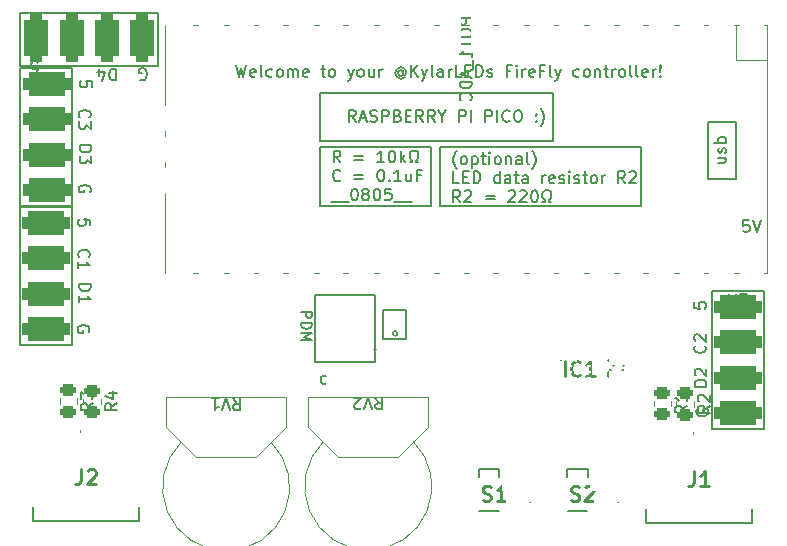
<source format=gto>
%TF.GenerationSoftware,KiCad,Pcbnew,(6.0.6)*%
%TF.CreationDate,2022-06-29T14:14:22-05:00*%
%TF.ProjectId,FireflyV0,46697265-666c-4795-9630-2e6b69636164,rev?*%
%TF.SameCoordinates,Original*%
%TF.FileFunction,Legend,Top*%
%TF.FilePolarity,Positive*%
%FSLAX46Y46*%
G04 Gerber Fmt 4.6, Leading zero omitted, Abs format (unit mm)*
G04 Created by KiCad (PCBNEW (6.0.6)) date 2022-06-29 14:14:22*
%MOMM*%
%LPD*%
G01*
G04 APERTURE LIST*
G04 Aperture macros list*
%AMRoundRect*
0 Rectangle with rounded corners*
0 $1 Rounding radius*
0 $2 $3 $4 $5 $6 $7 $8 $9 X,Y pos of 4 corners*
0 Add a 4 corners polygon primitive as box body*
4,1,4,$2,$3,$4,$5,$6,$7,$8,$9,$2,$3,0*
0 Add four circle primitives for the rounded corners*
1,1,$1+$1,$2,$3*
1,1,$1+$1,$4,$5*
1,1,$1+$1,$6,$7*
1,1,$1+$1,$8,$9*
0 Add four rect primitives between the rounded corners*
20,1,$1+$1,$2,$3,$4,$5,0*
20,1,$1+$1,$4,$5,$6,$7,0*
20,1,$1+$1,$6,$7,$8,$9,0*
20,1,$1+$1,$8,$9,$2,$3,0*%
%AMHorizOval*
0 Thick line with rounded ends*
0 $1 width*
0 $2 $3 position (X,Y) of the first rounded end (center of the circle)*
0 $4 $5 position (X,Y) of the second rounded end (center of the circle)*
0 Add line between two ends*
20,1,$1,$2,$3,$4,$5,0*
0 Add two circle primitives to create the rounded ends*
1,1,$1,$2,$3*
1,1,$1,$4,$5*%
G04 Aperture macros list end*
%ADD10C,0.150000*%
%ADD11C,0.254000*%
%ADD12C,0.120000*%
%ADD13C,0.200000*%
%ADD14C,0.100000*%
%ADD15O,1.700000X1.700000*%
%ADD16R,1.700000X3.500000*%
%ADD17R,3.500000X1.700000*%
%ADD18R,1.200000X1.400000*%
%ADD19R,1.840000X1.200000*%
%ADD20RoundRect,0.250000X-0.450000X0.262500X-0.450000X-0.262500X0.450000X-0.262500X0.450000X0.262500X0*%
%ADD21R,0.410000X0.280000*%
%ADD22R,0.280000X0.410000*%
%ADD23R,1.470000X1.020000*%
%ADD24RoundRect,0.500000X-1.500000X-0.500000X1.500000X-0.500000X1.500000X0.500000X-1.500000X0.500000X0*%
%ADD25R,0.700000X1.200000*%
%ADD26R,0.760000X1.200000*%
%ADD27R,0.800000X1.200000*%
%ADD28C,2.010000*%
%ADD29C,1.524000*%
%ADD30C,0.910000*%
%ADD31HorizOval,0.910000X-0.070711X0.070711X0.070711X-0.070711X0*%
%ADD32R,1.020000X1.470000*%
%ADD33RoundRect,0.500000X0.500000X-1.500000X0.500000X1.500000X-0.500000X1.500000X-0.500000X-1.500000X0*%
G04 APERTURE END LIST*
D10*
X25720000Y-17915000D02*
X14030000Y-17915000D01*
X14030000Y-17915000D02*
X14030000Y-13485000D01*
X14030000Y-13485000D02*
X25720000Y-13485000D01*
X25720000Y-13485000D02*
X25720000Y-17915000D01*
X14025000Y-29750000D02*
X18455000Y-29750000D01*
X18455000Y-29750000D02*
X18455000Y-18060000D01*
X18455000Y-18060000D02*
X14025000Y-18060000D01*
X14025000Y-18060000D02*
X14025000Y-29750000D01*
X14005000Y-41540000D02*
X18435000Y-41540000D01*
X18435000Y-41540000D02*
X18435000Y-29850000D01*
X18435000Y-29850000D02*
X14005000Y-29850000D01*
X14005000Y-29850000D02*
X14005000Y-41540000D01*
X72600000Y-48660000D02*
X77030000Y-48660000D01*
X77030000Y-48660000D02*
X77030000Y-36970000D01*
X77030000Y-36970000D02*
X72600000Y-36970000D01*
X72600000Y-36970000D02*
X72600000Y-48660000D01*
X49600000Y-24800000D02*
X66600000Y-24800000D01*
X66600000Y-24800000D02*
X66600000Y-29800000D01*
X66600000Y-29800000D02*
X49600000Y-29800000D01*
X49600000Y-29800000D02*
X49600000Y-24800000D01*
X46000000Y-40570000D02*
G75*
G03*
X46000000Y-40570000I-200000J0D01*
G01*
X72300000Y-22650000D02*
X74650000Y-22650000D01*
X74650000Y-22650000D02*
X74650000Y-27525000D01*
X74650000Y-27525000D02*
X72300000Y-27525000D01*
X72300000Y-27525000D02*
X72300000Y-22650000D01*
X39450000Y-20200000D02*
X59196164Y-20200000D01*
X59196164Y-20200000D02*
X59196164Y-24275000D01*
X59196164Y-24275000D02*
X39450000Y-24275000D01*
X39450000Y-24275000D02*
X39450000Y-20200000D01*
X44760000Y-38580000D02*
X46760000Y-38580000D01*
X46760000Y-38580000D02*
X46760000Y-41080000D01*
X46760000Y-41080000D02*
X44760000Y-41080000D01*
X44760000Y-41080000D02*
X44760000Y-38580000D01*
X44090000Y-42980000D02*
X39050000Y-42980000D01*
X39050000Y-42980000D02*
X39050000Y-37360000D01*
X39050000Y-37360000D02*
X44090000Y-37360000D01*
X44090000Y-37360000D02*
X44090000Y-42980000D01*
X39450000Y-24800000D02*
X48800000Y-24800000D01*
X48800000Y-24800000D02*
X48800000Y-29825000D01*
X48800000Y-29825000D02*
X39450000Y-29825000D01*
X39450000Y-29825000D02*
X39450000Y-24800000D01*
X37832857Y-38750000D02*
X38732857Y-38750000D01*
X38732857Y-39092857D01*
X38690000Y-39178571D01*
X38647142Y-39221428D01*
X38561428Y-39264285D01*
X38432857Y-39264285D01*
X38347142Y-39221428D01*
X38304285Y-39178571D01*
X38261428Y-39092857D01*
X38261428Y-38750000D01*
X37832857Y-39650000D02*
X38732857Y-39650000D01*
X38732857Y-39864285D01*
X38690000Y-39992857D01*
X38604285Y-40078571D01*
X38518571Y-40121428D01*
X38347142Y-40164285D01*
X38218571Y-40164285D01*
X38047142Y-40121428D01*
X37961428Y-40078571D01*
X37875714Y-39992857D01*
X37832857Y-39864285D01*
X37832857Y-39650000D01*
X37832857Y-40550000D02*
X38732857Y-40550000D01*
X38090000Y-40850000D01*
X38732857Y-41150000D01*
X37832857Y-41150000D01*
X19967619Y-31418095D02*
X19967619Y-30941904D01*
X19491428Y-30894285D01*
X19539047Y-30941904D01*
X19586666Y-31037142D01*
X19586666Y-31275238D01*
X19539047Y-31370476D01*
X19491428Y-31418095D01*
X19396190Y-31465714D01*
X19158095Y-31465714D01*
X19062857Y-31418095D01*
X19015238Y-31370476D01*
X18967619Y-31275238D01*
X18967619Y-31037142D01*
X19015238Y-30941904D01*
X19062857Y-30894285D01*
X22168095Y-18147619D02*
X22168095Y-19147619D01*
X21930000Y-19147619D01*
X21787142Y-19100000D01*
X21691904Y-19004761D01*
X21644285Y-18909523D01*
X21596666Y-18719047D01*
X21596666Y-18576190D01*
X21644285Y-18385714D01*
X21691904Y-18290476D01*
X21787142Y-18195238D01*
X21930000Y-18147619D01*
X22168095Y-18147619D01*
X20739523Y-18814285D02*
X20739523Y-18147619D01*
X20977619Y-19195238D02*
X21215714Y-18480952D01*
X20596666Y-18480952D01*
X42447023Y-22652380D02*
X42113690Y-22176190D01*
X41875595Y-22652380D02*
X41875595Y-21652380D01*
X42256547Y-21652380D01*
X42351785Y-21700000D01*
X42399404Y-21747619D01*
X42447023Y-21842857D01*
X42447023Y-21985714D01*
X42399404Y-22080952D01*
X42351785Y-22128571D01*
X42256547Y-22176190D01*
X41875595Y-22176190D01*
X42827976Y-22366666D02*
X43304166Y-22366666D01*
X42732738Y-22652380D02*
X43066071Y-21652380D01*
X43399404Y-22652380D01*
X43685119Y-22604761D02*
X43827976Y-22652380D01*
X44066071Y-22652380D01*
X44161309Y-22604761D01*
X44208928Y-22557142D01*
X44256547Y-22461904D01*
X44256547Y-22366666D01*
X44208928Y-22271428D01*
X44161309Y-22223809D01*
X44066071Y-22176190D01*
X43875595Y-22128571D01*
X43780357Y-22080952D01*
X43732738Y-22033333D01*
X43685119Y-21938095D01*
X43685119Y-21842857D01*
X43732738Y-21747619D01*
X43780357Y-21700000D01*
X43875595Y-21652380D01*
X44113690Y-21652380D01*
X44256547Y-21700000D01*
X44685119Y-22652380D02*
X44685119Y-21652380D01*
X45066071Y-21652380D01*
X45161309Y-21700000D01*
X45208928Y-21747619D01*
X45256547Y-21842857D01*
X45256547Y-21985714D01*
X45208928Y-22080952D01*
X45161309Y-22128571D01*
X45066071Y-22176190D01*
X44685119Y-22176190D01*
X46018452Y-22128571D02*
X46161309Y-22176190D01*
X46208928Y-22223809D01*
X46256547Y-22319047D01*
X46256547Y-22461904D01*
X46208928Y-22557142D01*
X46161309Y-22604761D01*
X46066071Y-22652380D01*
X45685119Y-22652380D01*
X45685119Y-21652380D01*
X46018452Y-21652380D01*
X46113690Y-21700000D01*
X46161309Y-21747619D01*
X46208928Y-21842857D01*
X46208928Y-21938095D01*
X46161309Y-22033333D01*
X46113690Y-22080952D01*
X46018452Y-22128571D01*
X45685119Y-22128571D01*
X46685119Y-22128571D02*
X47018452Y-22128571D01*
X47161309Y-22652380D02*
X46685119Y-22652380D01*
X46685119Y-21652380D01*
X47161309Y-21652380D01*
X48161309Y-22652380D02*
X47827976Y-22176190D01*
X47589880Y-22652380D02*
X47589880Y-21652380D01*
X47970833Y-21652380D01*
X48066071Y-21700000D01*
X48113690Y-21747619D01*
X48161309Y-21842857D01*
X48161309Y-21985714D01*
X48113690Y-22080952D01*
X48066071Y-22128571D01*
X47970833Y-22176190D01*
X47589880Y-22176190D01*
X49161309Y-22652380D02*
X48827976Y-22176190D01*
X48589880Y-22652380D02*
X48589880Y-21652380D01*
X48970833Y-21652380D01*
X49066071Y-21700000D01*
X49113690Y-21747619D01*
X49161309Y-21842857D01*
X49161309Y-21985714D01*
X49113690Y-22080952D01*
X49066071Y-22128571D01*
X48970833Y-22176190D01*
X48589880Y-22176190D01*
X49780357Y-22176190D02*
X49780357Y-22652380D01*
X49447023Y-21652380D02*
X49780357Y-22176190D01*
X50113690Y-21652380D01*
X51208928Y-22652380D02*
X51208928Y-21652380D01*
X51589880Y-21652380D01*
X51685119Y-21700000D01*
X51732738Y-21747619D01*
X51780357Y-21842857D01*
X51780357Y-21985714D01*
X51732738Y-22080952D01*
X51685119Y-22128571D01*
X51589880Y-22176190D01*
X51208928Y-22176190D01*
X52208928Y-22652380D02*
X52208928Y-21652380D01*
X53447023Y-22652380D02*
X53447023Y-21652380D01*
X53827976Y-21652380D01*
X53923214Y-21700000D01*
X53970833Y-21747619D01*
X54018452Y-21842857D01*
X54018452Y-21985714D01*
X53970833Y-22080952D01*
X53923214Y-22128571D01*
X53827976Y-22176190D01*
X53447023Y-22176190D01*
X54447023Y-22652380D02*
X54447023Y-21652380D01*
X55494642Y-22557142D02*
X55447023Y-22604761D01*
X55304166Y-22652380D01*
X55208928Y-22652380D01*
X55066071Y-22604761D01*
X54970833Y-22509523D01*
X54923214Y-22414285D01*
X54875595Y-22223809D01*
X54875595Y-22080952D01*
X54923214Y-21890476D01*
X54970833Y-21795238D01*
X55066071Y-21700000D01*
X55208928Y-21652380D01*
X55304166Y-21652380D01*
X55447023Y-21700000D01*
X55494642Y-21747619D01*
X56113690Y-21652380D02*
X56304166Y-21652380D01*
X56399404Y-21700000D01*
X56494642Y-21795238D01*
X56542261Y-21985714D01*
X56542261Y-22319047D01*
X56494642Y-22509523D01*
X56399404Y-22604761D01*
X56304166Y-22652380D01*
X56113690Y-22652380D01*
X56018452Y-22604761D01*
X55923214Y-22509523D01*
X55875595Y-22319047D01*
X55875595Y-21985714D01*
X55923214Y-21795238D01*
X56018452Y-21700000D01*
X56113690Y-21652380D01*
X57732738Y-22557142D02*
X57780357Y-22604761D01*
X57732738Y-22652380D01*
X57685119Y-22604761D01*
X57732738Y-22557142D01*
X57732738Y-22652380D01*
X57732738Y-22033333D02*
X57780357Y-22080952D01*
X57732738Y-22128571D01*
X57685119Y-22080952D01*
X57732738Y-22033333D01*
X57732738Y-22128571D01*
X58113690Y-23033333D02*
X58161309Y-22985714D01*
X58256547Y-22842857D01*
X58304166Y-22747619D01*
X58351785Y-22604761D01*
X58399404Y-22366666D01*
X58399404Y-22176190D01*
X58351785Y-21938095D01*
X58304166Y-21795238D01*
X58256547Y-21700000D01*
X58161309Y-21557142D01*
X58113690Y-21509523D01*
X39958095Y-44774761D02*
X39862857Y-44822380D01*
X39672380Y-44822380D01*
X39577142Y-44774761D01*
X39529523Y-44727142D01*
X39481904Y-44631904D01*
X39481904Y-44346190D01*
X39529523Y-44250952D01*
X39577142Y-44203333D01*
X39672380Y-44155714D01*
X39862857Y-44155714D01*
X39958095Y-44203333D01*
X19870000Y-40451904D02*
X19917619Y-40356666D01*
X19917619Y-40213809D01*
X19870000Y-40070952D01*
X19774761Y-39975714D01*
X19679523Y-39928095D01*
X19489047Y-39880476D01*
X19346190Y-39880476D01*
X19155714Y-39928095D01*
X19060476Y-39975714D01*
X18965238Y-40070952D01*
X18917619Y-40213809D01*
X18917619Y-40309047D01*
X18965238Y-40451904D01*
X19012857Y-40499523D01*
X19346190Y-40499523D01*
X19346190Y-40309047D01*
X72152380Y-45068095D02*
X71152380Y-45068095D01*
X71152380Y-44830000D01*
X71200000Y-44687142D01*
X71295238Y-44591904D01*
X71390476Y-44544285D01*
X71580952Y-44496666D01*
X71723809Y-44496666D01*
X71914285Y-44544285D01*
X72009523Y-44591904D01*
X72104761Y-44687142D01*
X72152380Y-44830000D01*
X72152380Y-45068095D01*
X71247619Y-44115714D02*
X71200000Y-44068095D01*
X71152380Y-43972857D01*
X71152380Y-43734761D01*
X71200000Y-43639523D01*
X71247619Y-43591904D01*
X71342857Y-43544285D01*
X71438095Y-43544285D01*
X71580952Y-43591904D01*
X72152380Y-44163333D01*
X72152380Y-43544285D01*
X72017142Y-41596666D02*
X72064761Y-41644285D01*
X72112380Y-41787142D01*
X72112380Y-41882380D01*
X72064761Y-42025238D01*
X71969523Y-42120476D01*
X71874285Y-42168095D01*
X71683809Y-42215714D01*
X71540952Y-42215714D01*
X71350476Y-42168095D01*
X71255238Y-42120476D01*
X71160000Y-42025238D01*
X71112380Y-41882380D01*
X71112380Y-41787142D01*
X71160000Y-41644285D01*
X71207619Y-41596666D01*
X71207619Y-41215714D02*
X71160000Y-41168095D01*
X71112380Y-41072857D01*
X71112380Y-40834761D01*
X71160000Y-40739523D01*
X71207619Y-40691904D01*
X71302857Y-40644285D01*
X71398095Y-40644285D01*
X71540952Y-40691904D01*
X72112380Y-41263333D01*
X72112380Y-40644285D01*
X19062857Y-34113333D02*
X19015238Y-34065714D01*
X18967619Y-33922857D01*
X18967619Y-33827619D01*
X19015238Y-33684761D01*
X19110476Y-33589523D01*
X19205714Y-33541904D01*
X19396190Y-33494285D01*
X19539047Y-33494285D01*
X19729523Y-33541904D01*
X19824761Y-33589523D01*
X19920000Y-33684761D01*
X19967619Y-33827619D01*
X19967619Y-33922857D01*
X19920000Y-34065714D01*
X19872380Y-34113333D01*
X18967619Y-35065714D02*
X18967619Y-34494285D01*
X18967619Y-34780000D02*
X19967619Y-34780000D01*
X19824761Y-34684761D01*
X19729523Y-34589523D01*
X19681904Y-34494285D01*
X71112380Y-37941904D02*
X71112380Y-38418095D01*
X71588571Y-38465714D01*
X71540952Y-38418095D01*
X71493333Y-38322857D01*
X71493333Y-38084761D01*
X71540952Y-37989523D01*
X71588571Y-37941904D01*
X71683809Y-37894285D01*
X71921904Y-37894285D01*
X72017142Y-37941904D01*
X72064761Y-37989523D01*
X72112380Y-38084761D01*
X72112380Y-38322857D01*
X72064761Y-38418095D01*
X72017142Y-38465714D01*
X75759523Y-30972380D02*
X75283333Y-30972380D01*
X75235714Y-31448571D01*
X75283333Y-31400952D01*
X75378571Y-31353333D01*
X75616666Y-31353333D01*
X75711904Y-31400952D01*
X75759523Y-31448571D01*
X75807142Y-31543809D01*
X75807142Y-31781904D01*
X75759523Y-31877142D01*
X75711904Y-31924761D01*
X75616666Y-31972380D01*
X75378571Y-31972380D01*
X75283333Y-31924761D01*
X75235714Y-31877142D01*
X76092857Y-30972380D02*
X76426190Y-31972380D01*
X76759523Y-30972380D01*
X15011904Y-18547619D02*
X15488095Y-18547619D01*
X15535714Y-18071428D01*
X15488095Y-18119047D01*
X15392857Y-18166666D01*
X15154761Y-18166666D01*
X15059523Y-18119047D01*
X15011904Y-18071428D01*
X14964285Y-17976190D01*
X14964285Y-17738095D01*
X15011904Y-17642857D01*
X15059523Y-17595238D01*
X15154761Y-17547619D01*
X15392857Y-17547619D01*
X15488095Y-17595238D01*
X15535714Y-17642857D01*
X19102857Y-22273333D02*
X19055238Y-22225714D01*
X19007619Y-22082857D01*
X19007619Y-21987619D01*
X19055238Y-21844761D01*
X19150476Y-21749523D01*
X19245714Y-21701904D01*
X19436190Y-21654285D01*
X19579047Y-21654285D01*
X19769523Y-21701904D01*
X19864761Y-21749523D01*
X19960000Y-21844761D01*
X20007619Y-21987619D01*
X20007619Y-22082857D01*
X19960000Y-22225714D01*
X19912380Y-22273333D01*
X20007619Y-22606666D02*
X20007619Y-23225714D01*
X19626666Y-22892380D01*
X19626666Y-23035238D01*
X19579047Y-23130476D01*
X19531428Y-23178095D01*
X19436190Y-23225714D01*
X19198095Y-23225714D01*
X19102857Y-23178095D01*
X19055238Y-23130476D01*
X19007619Y-23035238D01*
X19007619Y-22749523D01*
X19055238Y-22654285D01*
X19102857Y-22606666D01*
X41157023Y-26092380D02*
X40823690Y-25616190D01*
X40585595Y-26092380D02*
X40585595Y-25092380D01*
X40966547Y-25092380D01*
X41061785Y-25140000D01*
X41109404Y-25187619D01*
X41157023Y-25282857D01*
X41157023Y-25425714D01*
X41109404Y-25520952D01*
X41061785Y-25568571D01*
X40966547Y-25616190D01*
X40585595Y-25616190D01*
X42347500Y-25568571D02*
X43109404Y-25568571D01*
X43109404Y-25854285D02*
X42347500Y-25854285D01*
X44871309Y-26092380D02*
X44299880Y-26092380D01*
X44585595Y-26092380D02*
X44585595Y-25092380D01*
X44490357Y-25235238D01*
X44395119Y-25330476D01*
X44299880Y-25378095D01*
X45490357Y-25092380D02*
X45585595Y-25092380D01*
X45680833Y-25140000D01*
X45728452Y-25187619D01*
X45776071Y-25282857D01*
X45823690Y-25473333D01*
X45823690Y-25711428D01*
X45776071Y-25901904D01*
X45728452Y-25997142D01*
X45680833Y-26044761D01*
X45585595Y-26092380D01*
X45490357Y-26092380D01*
X45395119Y-26044761D01*
X45347500Y-25997142D01*
X45299880Y-25901904D01*
X45252261Y-25711428D01*
X45252261Y-25473333D01*
X45299880Y-25282857D01*
X45347500Y-25187619D01*
X45395119Y-25140000D01*
X45490357Y-25092380D01*
X46252261Y-26092380D02*
X46252261Y-25092380D01*
X46347500Y-25711428D02*
X46633214Y-26092380D01*
X46633214Y-25425714D02*
X46252261Y-25806666D01*
X47014166Y-26092380D02*
X47252261Y-26092380D01*
X47252261Y-25901904D01*
X47157023Y-25854285D01*
X47061785Y-25759047D01*
X47014166Y-25616190D01*
X47014166Y-25378095D01*
X47061785Y-25235238D01*
X47157023Y-25140000D01*
X47299880Y-25092380D01*
X47490357Y-25092380D01*
X47633214Y-25140000D01*
X47728452Y-25235238D01*
X47776071Y-25378095D01*
X47776071Y-25616190D01*
X47728452Y-25759047D01*
X47633214Y-25854285D01*
X47537976Y-25901904D01*
X47537976Y-26092380D01*
X47776071Y-26092380D01*
X41157023Y-27607142D02*
X41109404Y-27654761D01*
X40966547Y-27702380D01*
X40871309Y-27702380D01*
X40728452Y-27654761D01*
X40633214Y-27559523D01*
X40585595Y-27464285D01*
X40537976Y-27273809D01*
X40537976Y-27130952D01*
X40585595Y-26940476D01*
X40633214Y-26845238D01*
X40728452Y-26750000D01*
X40871309Y-26702380D01*
X40966547Y-26702380D01*
X41109404Y-26750000D01*
X41157023Y-26797619D01*
X42347500Y-27178571D02*
X43109404Y-27178571D01*
X43109404Y-27464285D02*
X42347500Y-27464285D01*
X44537976Y-26702380D02*
X44633214Y-26702380D01*
X44728452Y-26750000D01*
X44776071Y-26797619D01*
X44823690Y-26892857D01*
X44871309Y-27083333D01*
X44871309Y-27321428D01*
X44823690Y-27511904D01*
X44776071Y-27607142D01*
X44728452Y-27654761D01*
X44633214Y-27702380D01*
X44537976Y-27702380D01*
X44442738Y-27654761D01*
X44395119Y-27607142D01*
X44347500Y-27511904D01*
X44299880Y-27321428D01*
X44299880Y-27083333D01*
X44347500Y-26892857D01*
X44395119Y-26797619D01*
X44442738Y-26750000D01*
X44537976Y-26702380D01*
X45299880Y-27607142D02*
X45347500Y-27654761D01*
X45299880Y-27702380D01*
X45252261Y-27654761D01*
X45299880Y-27607142D01*
X45299880Y-27702380D01*
X46299880Y-27702380D02*
X45728452Y-27702380D01*
X46014166Y-27702380D02*
X46014166Y-26702380D01*
X45918928Y-26845238D01*
X45823690Y-26940476D01*
X45728452Y-26988095D01*
X47157023Y-27035714D02*
X47157023Y-27702380D01*
X46728452Y-27035714D02*
X46728452Y-27559523D01*
X46776071Y-27654761D01*
X46871309Y-27702380D01*
X47014166Y-27702380D01*
X47109404Y-27654761D01*
X47157023Y-27607142D01*
X47966547Y-27178571D02*
X47633214Y-27178571D01*
X47633214Y-27702380D02*
X47633214Y-26702380D01*
X48109404Y-26702380D01*
X40347500Y-29407619D02*
X41109404Y-29407619D01*
X41109404Y-29407619D02*
X41871309Y-29407619D01*
X42299880Y-28312380D02*
X42395119Y-28312380D01*
X42490357Y-28360000D01*
X42537976Y-28407619D01*
X42585595Y-28502857D01*
X42633214Y-28693333D01*
X42633214Y-28931428D01*
X42585595Y-29121904D01*
X42537976Y-29217142D01*
X42490357Y-29264761D01*
X42395119Y-29312380D01*
X42299880Y-29312380D01*
X42204642Y-29264761D01*
X42157023Y-29217142D01*
X42109404Y-29121904D01*
X42061785Y-28931428D01*
X42061785Y-28693333D01*
X42109404Y-28502857D01*
X42157023Y-28407619D01*
X42204642Y-28360000D01*
X42299880Y-28312380D01*
X43204642Y-28740952D02*
X43109404Y-28693333D01*
X43061785Y-28645714D01*
X43014166Y-28550476D01*
X43014166Y-28502857D01*
X43061785Y-28407619D01*
X43109404Y-28360000D01*
X43204642Y-28312380D01*
X43395119Y-28312380D01*
X43490357Y-28360000D01*
X43537976Y-28407619D01*
X43585595Y-28502857D01*
X43585595Y-28550476D01*
X43537976Y-28645714D01*
X43490357Y-28693333D01*
X43395119Y-28740952D01*
X43204642Y-28740952D01*
X43109404Y-28788571D01*
X43061785Y-28836190D01*
X43014166Y-28931428D01*
X43014166Y-29121904D01*
X43061785Y-29217142D01*
X43109404Y-29264761D01*
X43204642Y-29312380D01*
X43395119Y-29312380D01*
X43490357Y-29264761D01*
X43537976Y-29217142D01*
X43585595Y-29121904D01*
X43585595Y-28931428D01*
X43537976Y-28836190D01*
X43490357Y-28788571D01*
X43395119Y-28740952D01*
X44204642Y-28312380D02*
X44299880Y-28312380D01*
X44395119Y-28360000D01*
X44442738Y-28407619D01*
X44490357Y-28502857D01*
X44537976Y-28693333D01*
X44537976Y-28931428D01*
X44490357Y-29121904D01*
X44442738Y-29217142D01*
X44395119Y-29264761D01*
X44299880Y-29312380D01*
X44204642Y-29312380D01*
X44109404Y-29264761D01*
X44061785Y-29217142D01*
X44014166Y-29121904D01*
X43966547Y-28931428D01*
X43966547Y-28693333D01*
X44014166Y-28502857D01*
X44061785Y-28407619D01*
X44109404Y-28360000D01*
X44204642Y-28312380D01*
X45442738Y-28312380D02*
X44966547Y-28312380D01*
X44918928Y-28788571D01*
X44966547Y-28740952D01*
X45061785Y-28693333D01*
X45299880Y-28693333D01*
X45395119Y-28740952D01*
X45442738Y-28788571D01*
X45490357Y-28883809D01*
X45490357Y-29121904D01*
X45442738Y-29217142D01*
X45395119Y-29264761D01*
X45299880Y-29312380D01*
X45061785Y-29312380D01*
X44966547Y-29264761D01*
X44918928Y-29217142D01*
X45680833Y-29407619D02*
X46442738Y-29407619D01*
X46442738Y-29407619D02*
X47204642Y-29407619D01*
X20097619Y-19688095D02*
X20097619Y-19211904D01*
X19621428Y-19164285D01*
X19669047Y-19211904D01*
X19716666Y-19307142D01*
X19716666Y-19545238D01*
X19669047Y-19640476D01*
X19621428Y-19688095D01*
X19526190Y-19735714D01*
X19288095Y-19735714D01*
X19192857Y-19688095D01*
X19145238Y-19640476D01*
X19097619Y-19545238D01*
X19097619Y-19307142D01*
X19145238Y-19211904D01*
X19192857Y-19164285D01*
X19960000Y-28591904D02*
X20007619Y-28496666D01*
X20007619Y-28353809D01*
X19960000Y-28210952D01*
X19864761Y-28115714D01*
X19769523Y-28068095D01*
X19579047Y-28020476D01*
X19436190Y-28020476D01*
X19245714Y-28068095D01*
X19150476Y-28115714D01*
X19055238Y-28210952D01*
X19007619Y-28353809D01*
X19007619Y-28449047D01*
X19055238Y-28591904D01*
X19102857Y-28639523D01*
X19436190Y-28639523D01*
X19436190Y-28449047D01*
X19037619Y-36421904D02*
X20037619Y-36421904D01*
X20037619Y-36660000D01*
X19990000Y-36802857D01*
X19894761Y-36898095D01*
X19799523Y-36945714D01*
X19609047Y-36993333D01*
X19466190Y-36993333D01*
X19275714Y-36945714D01*
X19180476Y-36898095D01*
X19085238Y-36802857D01*
X19037619Y-36660000D01*
X19037619Y-36421904D01*
X19037619Y-37945714D02*
X19037619Y-37374285D01*
X19037619Y-37660000D02*
X20037619Y-37660000D01*
X19894761Y-37564761D01*
X19799523Y-37469523D01*
X19751904Y-37374285D01*
X32324999Y-17852380D02*
X32563095Y-18852380D01*
X32753571Y-18138095D01*
X32944047Y-18852380D01*
X33182142Y-17852380D01*
X33944047Y-18804761D02*
X33848809Y-18852380D01*
X33658333Y-18852380D01*
X33563095Y-18804761D01*
X33515476Y-18709523D01*
X33515476Y-18328571D01*
X33563095Y-18233333D01*
X33658333Y-18185714D01*
X33848809Y-18185714D01*
X33944047Y-18233333D01*
X33991666Y-18328571D01*
X33991666Y-18423809D01*
X33515476Y-18519047D01*
X34563095Y-18852380D02*
X34467857Y-18804761D01*
X34420238Y-18709523D01*
X34420238Y-17852380D01*
X35372619Y-18804761D02*
X35277380Y-18852380D01*
X35086904Y-18852380D01*
X34991666Y-18804761D01*
X34944047Y-18757142D01*
X34896428Y-18661904D01*
X34896428Y-18376190D01*
X34944047Y-18280952D01*
X34991666Y-18233333D01*
X35086904Y-18185714D01*
X35277380Y-18185714D01*
X35372619Y-18233333D01*
X35944047Y-18852380D02*
X35848809Y-18804761D01*
X35801190Y-18757142D01*
X35753571Y-18661904D01*
X35753571Y-18376190D01*
X35801190Y-18280952D01*
X35848809Y-18233333D01*
X35944047Y-18185714D01*
X36086904Y-18185714D01*
X36182142Y-18233333D01*
X36229761Y-18280952D01*
X36277380Y-18376190D01*
X36277380Y-18661904D01*
X36229761Y-18757142D01*
X36182142Y-18804761D01*
X36086904Y-18852380D01*
X35944047Y-18852380D01*
X36705952Y-18852380D02*
X36705952Y-18185714D01*
X36705952Y-18280952D02*
X36753571Y-18233333D01*
X36848809Y-18185714D01*
X36991666Y-18185714D01*
X37086904Y-18233333D01*
X37134523Y-18328571D01*
X37134523Y-18852380D01*
X37134523Y-18328571D02*
X37182142Y-18233333D01*
X37277380Y-18185714D01*
X37420238Y-18185714D01*
X37515476Y-18233333D01*
X37563095Y-18328571D01*
X37563095Y-18852380D01*
X38420238Y-18804761D02*
X38324999Y-18852380D01*
X38134523Y-18852380D01*
X38039285Y-18804761D01*
X37991666Y-18709523D01*
X37991666Y-18328571D01*
X38039285Y-18233333D01*
X38134523Y-18185714D01*
X38324999Y-18185714D01*
X38420238Y-18233333D01*
X38467857Y-18328571D01*
X38467857Y-18423809D01*
X37991666Y-18519047D01*
X39515476Y-18185714D02*
X39896428Y-18185714D01*
X39658333Y-17852380D02*
X39658333Y-18709523D01*
X39705952Y-18804761D01*
X39801190Y-18852380D01*
X39896428Y-18852380D01*
X40372619Y-18852380D02*
X40277380Y-18804761D01*
X40229761Y-18757142D01*
X40182142Y-18661904D01*
X40182142Y-18376190D01*
X40229761Y-18280952D01*
X40277380Y-18233333D01*
X40372619Y-18185714D01*
X40515476Y-18185714D01*
X40610714Y-18233333D01*
X40658333Y-18280952D01*
X40705952Y-18376190D01*
X40705952Y-18661904D01*
X40658333Y-18757142D01*
X40610714Y-18804761D01*
X40515476Y-18852380D01*
X40372619Y-18852380D01*
X41801190Y-18185714D02*
X42039285Y-18852380D01*
X42277380Y-18185714D02*
X42039285Y-18852380D01*
X41944047Y-19090476D01*
X41896428Y-19138095D01*
X41801190Y-19185714D01*
X42801190Y-18852380D02*
X42705952Y-18804761D01*
X42658333Y-18757142D01*
X42610714Y-18661904D01*
X42610714Y-18376190D01*
X42658333Y-18280952D01*
X42705952Y-18233333D01*
X42801190Y-18185714D01*
X42944047Y-18185714D01*
X43039285Y-18233333D01*
X43086904Y-18280952D01*
X43134523Y-18376190D01*
X43134523Y-18661904D01*
X43086904Y-18757142D01*
X43039285Y-18804761D01*
X42944047Y-18852380D01*
X42801190Y-18852380D01*
X43991666Y-18185714D02*
X43991666Y-18852380D01*
X43563095Y-18185714D02*
X43563095Y-18709523D01*
X43610714Y-18804761D01*
X43705952Y-18852380D01*
X43848809Y-18852380D01*
X43944047Y-18804761D01*
X43991666Y-18757142D01*
X44467857Y-18852380D02*
X44467857Y-18185714D01*
X44467857Y-18376190D02*
X44515476Y-18280952D01*
X44563095Y-18233333D01*
X44658333Y-18185714D01*
X44753571Y-18185714D01*
X46467857Y-18376190D02*
X46420238Y-18328571D01*
X46324999Y-18280952D01*
X46229761Y-18280952D01*
X46134523Y-18328571D01*
X46086904Y-18376190D01*
X46039285Y-18471428D01*
X46039285Y-18566666D01*
X46086904Y-18661904D01*
X46134523Y-18709523D01*
X46229761Y-18757142D01*
X46324999Y-18757142D01*
X46420238Y-18709523D01*
X46467857Y-18661904D01*
X46467857Y-18280952D02*
X46467857Y-18661904D01*
X46515476Y-18709523D01*
X46563095Y-18709523D01*
X46658333Y-18661904D01*
X46705952Y-18566666D01*
X46705952Y-18328571D01*
X46610714Y-18185714D01*
X46467857Y-18090476D01*
X46277380Y-18042857D01*
X46086904Y-18090476D01*
X45944047Y-18185714D01*
X45848809Y-18328571D01*
X45801190Y-18519047D01*
X45848809Y-18709523D01*
X45944047Y-18852380D01*
X46086904Y-18947619D01*
X46277380Y-18995238D01*
X46467857Y-18947619D01*
X46610714Y-18852380D01*
X47134523Y-18852380D02*
X47134523Y-17852380D01*
X47705952Y-18852380D02*
X47277380Y-18280952D01*
X47705952Y-17852380D02*
X47134523Y-18423809D01*
X48039285Y-18185714D02*
X48277380Y-18852380D01*
X48515476Y-18185714D02*
X48277380Y-18852380D01*
X48182142Y-19090476D01*
X48134523Y-19138095D01*
X48039285Y-19185714D01*
X49039285Y-18852380D02*
X48944047Y-18804761D01*
X48896428Y-18709523D01*
X48896428Y-17852380D01*
X49848809Y-18852380D02*
X49848809Y-18328571D01*
X49801190Y-18233333D01*
X49705952Y-18185714D01*
X49515476Y-18185714D01*
X49420238Y-18233333D01*
X49848809Y-18804761D02*
X49753571Y-18852380D01*
X49515476Y-18852380D01*
X49420238Y-18804761D01*
X49372619Y-18709523D01*
X49372619Y-18614285D01*
X49420238Y-18519047D01*
X49515476Y-18471428D01*
X49753571Y-18471428D01*
X49848809Y-18423809D01*
X50324999Y-18852380D02*
X50324999Y-18185714D01*
X50324999Y-18376190D02*
X50372619Y-18280952D01*
X50420238Y-18233333D01*
X50515476Y-18185714D01*
X50610714Y-18185714D01*
X51420238Y-18852380D02*
X50944047Y-18852380D01*
X50944047Y-17852380D01*
X51753571Y-18328571D02*
X52086904Y-18328571D01*
X52229761Y-18852380D02*
X51753571Y-18852380D01*
X51753571Y-17852380D01*
X52229761Y-17852380D01*
X52658333Y-18852380D02*
X52658333Y-17852380D01*
X52896428Y-17852380D01*
X53039285Y-17900000D01*
X53134523Y-17995238D01*
X53182142Y-18090476D01*
X53229761Y-18280952D01*
X53229761Y-18423809D01*
X53182142Y-18614285D01*
X53134523Y-18709523D01*
X53039285Y-18804761D01*
X52896428Y-18852380D01*
X52658333Y-18852380D01*
X53610714Y-18804761D02*
X53705952Y-18852380D01*
X53896428Y-18852380D01*
X53991666Y-18804761D01*
X54039285Y-18709523D01*
X54039285Y-18661904D01*
X53991666Y-18566666D01*
X53896428Y-18519047D01*
X53753571Y-18519047D01*
X53658333Y-18471428D01*
X53610714Y-18376190D01*
X53610714Y-18328571D01*
X53658333Y-18233333D01*
X53753571Y-18185714D01*
X53896428Y-18185714D01*
X53991666Y-18233333D01*
X55563095Y-18328571D02*
X55229761Y-18328571D01*
X55229761Y-18852380D02*
X55229761Y-17852380D01*
X55705952Y-17852380D01*
X56086904Y-18852380D02*
X56086904Y-18185714D01*
X56086904Y-17852380D02*
X56039285Y-17900000D01*
X56086904Y-17947619D01*
X56134523Y-17900000D01*
X56086904Y-17852380D01*
X56086904Y-17947619D01*
X56563095Y-18852380D02*
X56563095Y-18185714D01*
X56563095Y-18376190D02*
X56610714Y-18280952D01*
X56658333Y-18233333D01*
X56753571Y-18185714D01*
X56848809Y-18185714D01*
X57563095Y-18804761D02*
X57467857Y-18852380D01*
X57277380Y-18852380D01*
X57182142Y-18804761D01*
X57134523Y-18709523D01*
X57134523Y-18328571D01*
X57182142Y-18233333D01*
X57277380Y-18185714D01*
X57467857Y-18185714D01*
X57563095Y-18233333D01*
X57610714Y-18328571D01*
X57610714Y-18423809D01*
X57134523Y-18519047D01*
X58372619Y-18328571D02*
X58039285Y-18328571D01*
X58039285Y-18852380D02*
X58039285Y-17852380D01*
X58515476Y-17852380D01*
X59039285Y-18852380D02*
X58944047Y-18804761D01*
X58896428Y-18709523D01*
X58896428Y-17852380D01*
X59324999Y-18185714D02*
X59563095Y-18852380D01*
X59801190Y-18185714D02*
X59563095Y-18852380D01*
X59467857Y-19090476D01*
X59420238Y-19138095D01*
X59324999Y-19185714D01*
X61372619Y-18804761D02*
X61277380Y-18852380D01*
X61086904Y-18852380D01*
X60991666Y-18804761D01*
X60944047Y-18757142D01*
X60896428Y-18661904D01*
X60896428Y-18376190D01*
X60944047Y-18280952D01*
X60991666Y-18233333D01*
X61086904Y-18185714D01*
X61277380Y-18185714D01*
X61372619Y-18233333D01*
X61944047Y-18852380D02*
X61848809Y-18804761D01*
X61801190Y-18757142D01*
X61753571Y-18661904D01*
X61753571Y-18376190D01*
X61801190Y-18280952D01*
X61848809Y-18233333D01*
X61944047Y-18185714D01*
X62086904Y-18185714D01*
X62182142Y-18233333D01*
X62229761Y-18280952D01*
X62277380Y-18376190D01*
X62277380Y-18661904D01*
X62229761Y-18757142D01*
X62182142Y-18804761D01*
X62086904Y-18852380D01*
X61944047Y-18852380D01*
X62705952Y-18185714D02*
X62705952Y-18852380D01*
X62705952Y-18280952D02*
X62753571Y-18233333D01*
X62848809Y-18185714D01*
X62991666Y-18185714D01*
X63086904Y-18233333D01*
X63134523Y-18328571D01*
X63134523Y-18852380D01*
X63467857Y-18185714D02*
X63848809Y-18185714D01*
X63610714Y-17852380D02*
X63610714Y-18709523D01*
X63658333Y-18804761D01*
X63753571Y-18852380D01*
X63848809Y-18852380D01*
X64182142Y-18852380D02*
X64182142Y-18185714D01*
X64182142Y-18376190D02*
X64229761Y-18280952D01*
X64277380Y-18233333D01*
X64372619Y-18185714D01*
X64467857Y-18185714D01*
X64944047Y-18852380D02*
X64848809Y-18804761D01*
X64801190Y-18757142D01*
X64753571Y-18661904D01*
X64753571Y-18376190D01*
X64801190Y-18280952D01*
X64848809Y-18233333D01*
X64944047Y-18185714D01*
X65086904Y-18185714D01*
X65182142Y-18233333D01*
X65229761Y-18280952D01*
X65277380Y-18376190D01*
X65277380Y-18661904D01*
X65229761Y-18757142D01*
X65182142Y-18804761D01*
X65086904Y-18852380D01*
X64944047Y-18852380D01*
X65848809Y-18852380D02*
X65753571Y-18804761D01*
X65705952Y-18709523D01*
X65705952Y-17852380D01*
X66372619Y-18852380D02*
X66277380Y-18804761D01*
X66229761Y-18709523D01*
X66229761Y-17852380D01*
X67134523Y-18804761D02*
X67039285Y-18852380D01*
X66848809Y-18852380D01*
X66753571Y-18804761D01*
X66705952Y-18709523D01*
X66705952Y-18328571D01*
X66753571Y-18233333D01*
X66848809Y-18185714D01*
X67039285Y-18185714D01*
X67134523Y-18233333D01*
X67182142Y-18328571D01*
X67182142Y-18423809D01*
X66705952Y-18519047D01*
X67610714Y-18852380D02*
X67610714Y-18185714D01*
X67610714Y-18376190D02*
X67658333Y-18280952D01*
X67705952Y-18233333D01*
X67801190Y-18185714D01*
X67896428Y-18185714D01*
X68229761Y-18757142D02*
X68277380Y-18804761D01*
X68229761Y-18852380D01*
X68182142Y-18804761D01*
X68229761Y-18757142D01*
X68229761Y-18852380D01*
X68229761Y-18471428D02*
X68182142Y-17900000D01*
X68229761Y-17852380D01*
X68277380Y-17900000D01*
X68229761Y-18471428D01*
X68229761Y-17852380D01*
X71350000Y-47008095D02*
X71302380Y-47103333D01*
X71302380Y-47246190D01*
X71350000Y-47389047D01*
X71445238Y-47484285D01*
X71540476Y-47531904D01*
X71730952Y-47579523D01*
X71873809Y-47579523D01*
X72064285Y-47531904D01*
X72159523Y-47484285D01*
X72254761Y-47389047D01*
X72302380Y-47246190D01*
X72302380Y-47150952D01*
X72254761Y-47008095D01*
X72207142Y-46960476D01*
X71873809Y-46960476D01*
X71873809Y-47150952D01*
X19077619Y-24661904D02*
X20077619Y-24661904D01*
X20077619Y-24900000D01*
X20030000Y-25042857D01*
X19934761Y-25138095D01*
X19839523Y-25185714D01*
X19649047Y-25233333D01*
X19506190Y-25233333D01*
X19315714Y-25185714D01*
X19220476Y-25138095D01*
X19125238Y-25042857D01*
X19077619Y-24900000D01*
X19077619Y-24661904D01*
X20077619Y-25566666D02*
X20077619Y-26185714D01*
X19696666Y-25852380D01*
X19696666Y-25995238D01*
X19649047Y-26090476D01*
X19601428Y-26138095D01*
X19506190Y-26185714D01*
X19268095Y-26185714D01*
X19172857Y-26138095D01*
X19125238Y-26090476D01*
X19077619Y-25995238D01*
X19077619Y-25709523D01*
X19125238Y-25614285D01*
X19172857Y-25566666D01*
X24198095Y-19080000D02*
X24293333Y-19127619D01*
X24436190Y-19127619D01*
X24579047Y-19080000D01*
X24674285Y-18984761D01*
X24721904Y-18889523D01*
X24769523Y-18699047D01*
X24769523Y-18556190D01*
X24721904Y-18365714D01*
X24674285Y-18270476D01*
X24579047Y-18175238D01*
X24436190Y-18127619D01*
X24340952Y-18127619D01*
X24198095Y-18175238D01*
X24150476Y-18222857D01*
X24150476Y-18556190D01*
X24340952Y-18556190D01*
X51021309Y-26623333D02*
X50973690Y-26575714D01*
X50878452Y-26432857D01*
X50830833Y-26337619D01*
X50783214Y-26194761D01*
X50735595Y-25956666D01*
X50735595Y-25766190D01*
X50783214Y-25528095D01*
X50830833Y-25385238D01*
X50878452Y-25290000D01*
X50973690Y-25147142D01*
X51021309Y-25099523D01*
X51545119Y-26242380D02*
X51449880Y-26194761D01*
X51402261Y-26147142D01*
X51354642Y-26051904D01*
X51354642Y-25766190D01*
X51402261Y-25670952D01*
X51449880Y-25623333D01*
X51545119Y-25575714D01*
X51687976Y-25575714D01*
X51783214Y-25623333D01*
X51830833Y-25670952D01*
X51878452Y-25766190D01*
X51878452Y-26051904D01*
X51830833Y-26147142D01*
X51783214Y-26194761D01*
X51687976Y-26242380D01*
X51545119Y-26242380D01*
X52307023Y-25575714D02*
X52307023Y-26575714D01*
X52307023Y-25623333D02*
X52402261Y-25575714D01*
X52592738Y-25575714D01*
X52687976Y-25623333D01*
X52735595Y-25670952D01*
X52783214Y-25766190D01*
X52783214Y-26051904D01*
X52735595Y-26147142D01*
X52687976Y-26194761D01*
X52592738Y-26242380D01*
X52402261Y-26242380D01*
X52307023Y-26194761D01*
X53068928Y-25575714D02*
X53449880Y-25575714D01*
X53211785Y-25242380D02*
X53211785Y-26099523D01*
X53259404Y-26194761D01*
X53354642Y-26242380D01*
X53449880Y-26242380D01*
X53783214Y-26242380D02*
X53783214Y-25575714D01*
X53783214Y-25242380D02*
X53735595Y-25290000D01*
X53783214Y-25337619D01*
X53830833Y-25290000D01*
X53783214Y-25242380D01*
X53783214Y-25337619D01*
X54402261Y-26242380D02*
X54307023Y-26194761D01*
X54259404Y-26147142D01*
X54211785Y-26051904D01*
X54211785Y-25766190D01*
X54259404Y-25670952D01*
X54307023Y-25623333D01*
X54402261Y-25575714D01*
X54545119Y-25575714D01*
X54640357Y-25623333D01*
X54687976Y-25670952D01*
X54735595Y-25766190D01*
X54735595Y-26051904D01*
X54687976Y-26147142D01*
X54640357Y-26194761D01*
X54545119Y-26242380D01*
X54402261Y-26242380D01*
X55164166Y-25575714D02*
X55164166Y-26242380D01*
X55164166Y-25670952D02*
X55211785Y-25623333D01*
X55307023Y-25575714D01*
X55449880Y-25575714D01*
X55545119Y-25623333D01*
X55592738Y-25718571D01*
X55592738Y-26242380D01*
X56497500Y-26242380D02*
X56497500Y-25718571D01*
X56449880Y-25623333D01*
X56354642Y-25575714D01*
X56164166Y-25575714D01*
X56068928Y-25623333D01*
X56497500Y-26194761D02*
X56402261Y-26242380D01*
X56164166Y-26242380D01*
X56068928Y-26194761D01*
X56021309Y-26099523D01*
X56021309Y-26004285D01*
X56068928Y-25909047D01*
X56164166Y-25861428D01*
X56402261Y-25861428D01*
X56497500Y-25813809D01*
X57116547Y-26242380D02*
X57021309Y-26194761D01*
X56973690Y-26099523D01*
X56973690Y-25242380D01*
X57402261Y-26623333D02*
X57449880Y-26575714D01*
X57545119Y-26432857D01*
X57592738Y-26337619D01*
X57640357Y-26194761D01*
X57687976Y-25956666D01*
X57687976Y-25766190D01*
X57640357Y-25528095D01*
X57592738Y-25385238D01*
X57545119Y-25290000D01*
X57449880Y-25147142D01*
X57402261Y-25099523D01*
X51211785Y-27852380D02*
X50735595Y-27852380D01*
X50735595Y-26852380D01*
X51545119Y-27328571D02*
X51878452Y-27328571D01*
X52021309Y-27852380D02*
X51545119Y-27852380D01*
X51545119Y-26852380D01*
X52021309Y-26852380D01*
X52449880Y-27852380D02*
X52449880Y-26852380D01*
X52687976Y-26852380D01*
X52830833Y-26900000D01*
X52926071Y-26995238D01*
X52973690Y-27090476D01*
X53021309Y-27280952D01*
X53021309Y-27423809D01*
X52973690Y-27614285D01*
X52926071Y-27709523D01*
X52830833Y-27804761D01*
X52687976Y-27852380D01*
X52449880Y-27852380D01*
X54640357Y-27852380D02*
X54640357Y-26852380D01*
X54640357Y-27804761D02*
X54545119Y-27852380D01*
X54354642Y-27852380D01*
X54259404Y-27804761D01*
X54211785Y-27757142D01*
X54164166Y-27661904D01*
X54164166Y-27376190D01*
X54211785Y-27280952D01*
X54259404Y-27233333D01*
X54354642Y-27185714D01*
X54545119Y-27185714D01*
X54640357Y-27233333D01*
X55545119Y-27852380D02*
X55545119Y-27328571D01*
X55497500Y-27233333D01*
X55402261Y-27185714D01*
X55211785Y-27185714D01*
X55116547Y-27233333D01*
X55545119Y-27804761D02*
X55449880Y-27852380D01*
X55211785Y-27852380D01*
X55116547Y-27804761D01*
X55068928Y-27709523D01*
X55068928Y-27614285D01*
X55116547Y-27519047D01*
X55211785Y-27471428D01*
X55449880Y-27471428D01*
X55545119Y-27423809D01*
X55878452Y-27185714D02*
X56259404Y-27185714D01*
X56021309Y-26852380D02*
X56021309Y-27709523D01*
X56068928Y-27804761D01*
X56164166Y-27852380D01*
X56259404Y-27852380D01*
X57021309Y-27852380D02*
X57021309Y-27328571D01*
X56973690Y-27233333D01*
X56878452Y-27185714D01*
X56687976Y-27185714D01*
X56592738Y-27233333D01*
X57021309Y-27804761D02*
X56926071Y-27852380D01*
X56687976Y-27852380D01*
X56592738Y-27804761D01*
X56545119Y-27709523D01*
X56545119Y-27614285D01*
X56592738Y-27519047D01*
X56687976Y-27471428D01*
X56926071Y-27471428D01*
X57021309Y-27423809D01*
X58259404Y-27852380D02*
X58259404Y-27185714D01*
X58259404Y-27376190D02*
X58307023Y-27280952D01*
X58354642Y-27233333D01*
X58449880Y-27185714D01*
X58545119Y-27185714D01*
X59259404Y-27804761D02*
X59164166Y-27852380D01*
X58973690Y-27852380D01*
X58878452Y-27804761D01*
X58830833Y-27709523D01*
X58830833Y-27328571D01*
X58878452Y-27233333D01*
X58973690Y-27185714D01*
X59164166Y-27185714D01*
X59259404Y-27233333D01*
X59307023Y-27328571D01*
X59307023Y-27423809D01*
X58830833Y-27519047D01*
X59687976Y-27804761D02*
X59783214Y-27852380D01*
X59973690Y-27852380D01*
X60068928Y-27804761D01*
X60116547Y-27709523D01*
X60116547Y-27661904D01*
X60068928Y-27566666D01*
X59973690Y-27519047D01*
X59830833Y-27519047D01*
X59735595Y-27471428D01*
X59687976Y-27376190D01*
X59687976Y-27328571D01*
X59735595Y-27233333D01*
X59830833Y-27185714D01*
X59973690Y-27185714D01*
X60068928Y-27233333D01*
X60545119Y-27852380D02*
X60545119Y-27185714D01*
X60545119Y-26852380D02*
X60497500Y-26900000D01*
X60545119Y-26947619D01*
X60592738Y-26900000D01*
X60545119Y-26852380D01*
X60545119Y-26947619D01*
X60973690Y-27804761D02*
X61068928Y-27852380D01*
X61259404Y-27852380D01*
X61354642Y-27804761D01*
X61402261Y-27709523D01*
X61402261Y-27661904D01*
X61354642Y-27566666D01*
X61259404Y-27519047D01*
X61116547Y-27519047D01*
X61021309Y-27471428D01*
X60973690Y-27376190D01*
X60973690Y-27328571D01*
X61021309Y-27233333D01*
X61116547Y-27185714D01*
X61259404Y-27185714D01*
X61354642Y-27233333D01*
X61687976Y-27185714D02*
X62068928Y-27185714D01*
X61830833Y-26852380D02*
X61830833Y-27709523D01*
X61878452Y-27804761D01*
X61973690Y-27852380D01*
X62068928Y-27852380D01*
X62545119Y-27852380D02*
X62449880Y-27804761D01*
X62402261Y-27757142D01*
X62354642Y-27661904D01*
X62354642Y-27376190D01*
X62402261Y-27280952D01*
X62449880Y-27233333D01*
X62545119Y-27185714D01*
X62687976Y-27185714D01*
X62783214Y-27233333D01*
X62830833Y-27280952D01*
X62878452Y-27376190D01*
X62878452Y-27661904D01*
X62830833Y-27757142D01*
X62783214Y-27804761D01*
X62687976Y-27852380D01*
X62545119Y-27852380D01*
X63307023Y-27852380D02*
X63307023Y-27185714D01*
X63307023Y-27376190D02*
X63354642Y-27280952D01*
X63402261Y-27233333D01*
X63497500Y-27185714D01*
X63592738Y-27185714D01*
X65259404Y-27852380D02*
X64926071Y-27376190D01*
X64687976Y-27852380D02*
X64687976Y-26852380D01*
X65068928Y-26852380D01*
X65164166Y-26900000D01*
X65211785Y-26947619D01*
X65259404Y-27042857D01*
X65259404Y-27185714D01*
X65211785Y-27280952D01*
X65164166Y-27328571D01*
X65068928Y-27376190D01*
X64687976Y-27376190D01*
X65640357Y-26947619D02*
X65687976Y-26900000D01*
X65783214Y-26852380D01*
X66021309Y-26852380D01*
X66116547Y-26900000D01*
X66164166Y-26947619D01*
X66211785Y-27042857D01*
X66211785Y-27138095D01*
X66164166Y-27280952D01*
X65592738Y-27852380D01*
X66211785Y-27852380D01*
X51307023Y-29462380D02*
X50973690Y-28986190D01*
X50735595Y-29462380D02*
X50735595Y-28462380D01*
X51116547Y-28462380D01*
X51211785Y-28510000D01*
X51259404Y-28557619D01*
X51307023Y-28652857D01*
X51307023Y-28795714D01*
X51259404Y-28890952D01*
X51211785Y-28938571D01*
X51116547Y-28986190D01*
X50735595Y-28986190D01*
X51687976Y-28557619D02*
X51735595Y-28510000D01*
X51830833Y-28462380D01*
X52068928Y-28462380D01*
X52164166Y-28510000D01*
X52211785Y-28557619D01*
X52259404Y-28652857D01*
X52259404Y-28748095D01*
X52211785Y-28890952D01*
X51640357Y-29462380D01*
X52259404Y-29462380D01*
X53449880Y-28938571D02*
X54211785Y-28938571D01*
X54211785Y-29224285D02*
X53449880Y-29224285D01*
X55402261Y-28557619D02*
X55449880Y-28510000D01*
X55545119Y-28462380D01*
X55783214Y-28462380D01*
X55878452Y-28510000D01*
X55926071Y-28557619D01*
X55973690Y-28652857D01*
X55973690Y-28748095D01*
X55926071Y-28890952D01*
X55354642Y-29462380D01*
X55973690Y-29462380D01*
X56354642Y-28557619D02*
X56402261Y-28510000D01*
X56497500Y-28462380D01*
X56735595Y-28462380D01*
X56830833Y-28510000D01*
X56878452Y-28557619D01*
X56926071Y-28652857D01*
X56926071Y-28748095D01*
X56878452Y-28890952D01*
X56307023Y-29462380D01*
X56926071Y-29462380D01*
X57545119Y-28462380D02*
X57640357Y-28462380D01*
X57735595Y-28510000D01*
X57783214Y-28557619D01*
X57830833Y-28652857D01*
X57878452Y-28843333D01*
X57878452Y-29081428D01*
X57830833Y-29271904D01*
X57783214Y-29367142D01*
X57735595Y-29414761D01*
X57640357Y-29462380D01*
X57545119Y-29462380D01*
X57449880Y-29414761D01*
X57402261Y-29367142D01*
X57354642Y-29271904D01*
X57307023Y-29081428D01*
X57307023Y-28843333D01*
X57354642Y-28652857D01*
X57402261Y-28557619D01*
X57449880Y-28510000D01*
X57545119Y-28462380D01*
X58259404Y-29462380D02*
X58497500Y-29462380D01*
X58497500Y-29271904D01*
X58402261Y-29224285D01*
X58307023Y-29129047D01*
X58259404Y-28986190D01*
X58259404Y-28748095D01*
X58307023Y-28605238D01*
X58402261Y-28510000D01*
X58545119Y-28462380D01*
X58735595Y-28462380D01*
X58878452Y-28510000D01*
X58973690Y-28605238D01*
X59021309Y-28748095D01*
X59021309Y-28986190D01*
X58973690Y-29129047D01*
X58878452Y-29224285D01*
X58783214Y-29271904D01*
X58783214Y-29462380D01*
X59021309Y-29462380D01*
X73135714Y-25717857D02*
X73802380Y-25717857D01*
X73135714Y-26146428D02*
X73659523Y-26146428D01*
X73754761Y-26098809D01*
X73802380Y-26003571D01*
X73802380Y-25860714D01*
X73754761Y-25765476D01*
X73707142Y-25717857D01*
X73754761Y-25289285D02*
X73802380Y-25194047D01*
X73802380Y-25003571D01*
X73754761Y-24908333D01*
X73659523Y-24860714D01*
X73611904Y-24860714D01*
X73516666Y-24908333D01*
X73469047Y-25003571D01*
X73469047Y-25146428D01*
X73421428Y-25241666D01*
X73326190Y-25289285D01*
X73278571Y-25289285D01*
X73183333Y-25241666D01*
X73135714Y-25146428D01*
X73135714Y-25003571D01*
X73183333Y-24908333D01*
X73802380Y-24432142D02*
X72802380Y-24432142D01*
X73183333Y-24432142D02*
X73135714Y-24336904D01*
X73135714Y-24146428D01*
X73183333Y-24051190D01*
X73230952Y-24003571D01*
X73326190Y-23955952D01*
X73611904Y-23955952D01*
X73707142Y-24003571D01*
X73754761Y-24051190D01*
X73802380Y-24146428D01*
X73802380Y-24336904D01*
X73754761Y-24432142D01*
X52272380Y-13877619D02*
X51272380Y-13877619D01*
X51272380Y-14258571D01*
X51320000Y-14353809D01*
X51367619Y-14401428D01*
X51462857Y-14449047D01*
X51605714Y-14449047D01*
X51700952Y-14401428D01*
X51748571Y-14353809D01*
X51796190Y-14258571D01*
X51796190Y-13877619D01*
X51272380Y-15068095D02*
X51272380Y-15258571D01*
X51320000Y-15353809D01*
X51415238Y-15449047D01*
X51605714Y-15496666D01*
X51939047Y-15496666D01*
X52129523Y-15449047D01*
X52224761Y-15353809D01*
X52272380Y-15258571D01*
X52272380Y-15068095D01*
X52224761Y-14972857D01*
X52129523Y-14877619D01*
X51939047Y-14830000D01*
X51605714Y-14830000D01*
X51415238Y-14877619D01*
X51320000Y-14972857D01*
X51272380Y-15068095D01*
X51272380Y-15782380D02*
X51272380Y-16353809D01*
X52272380Y-16068095D02*
X51272380Y-16068095D01*
X52272380Y-17210952D02*
X52272380Y-16639523D01*
X52272380Y-16925238D02*
X51272380Y-16925238D01*
X51415238Y-16830000D01*
X51510476Y-16734761D01*
X51558095Y-16639523D01*
X52367619Y-17401428D02*
X52367619Y-18163333D01*
X51986666Y-18353809D02*
X51986666Y-18830000D01*
X52272380Y-18258571D02*
X51272380Y-18591904D01*
X52272380Y-18925238D01*
X52272380Y-19258571D02*
X51272380Y-19258571D01*
X51272380Y-19496666D01*
X51320000Y-19639523D01*
X51415238Y-19734761D01*
X51510476Y-19782380D01*
X51700952Y-19830000D01*
X51843809Y-19830000D01*
X52034285Y-19782380D01*
X52129523Y-19734761D01*
X52224761Y-19639523D01*
X52272380Y-19496666D01*
X52272380Y-19258571D01*
X52177142Y-20830000D02*
X52224761Y-20782380D01*
X52272380Y-20639523D01*
X52272380Y-20544285D01*
X52224761Y-20401428D01*
X52129523Y-20306190D01*
X52034285Y-20258571D01*
X51843809Y-20210952D01*
X51700952Y-20210952D01*
X51510476Y-20258571D01*
X51415238Y-20306190D01*
X51320000Y-20401428D01*
X51272380Y-20544285D01*
X51272380Y-20639523D01*
X51320000Y-20782380D01*
X51367619Y-20830000D01*
D11*
X60681380Y-54703047D02*
X60862809Y-54763523D01*
X61165190Y-54763523D01*
X61286142Y-54703047D01*
X61346619Y-54642571D01*
X61407095Y-54521619D01*
X61407095Y-54400666D01*
X61346619Y-54279714D01*
X61286142Y-54219238D01*
X61165190Y-54158761D01*
X60923285Y-54098285D01*
X60802333Y-54037809D01*
X60741857Y-53977333D01*
X60681380Y-53856380D01*
X60681380Y-53735428D01*
X60741857Y-53614476D01*
X60802333Y-53554000D01*
X60923285Y-53493523D01*
X61225666Y-53493523D01*
X61407095Y-53554000D01*
X61890904Y-53614476D02*
X61951380Y-53554000D01*
X62072333Y-53493523D01*
X62374714Y-53493523D01*
X62495666Y-53554000D01*
X62556142Y-53614476D01*
X62616619Y-53735428D01*
X62616619Y-53856380D01*
X62556142Y-54037809D01*
X61830428Y-54763523D01*
X62616619Y-54763523D01*
X53201380Y-54703047D02*
X53382809Y-54763523D01*
X53685190Y-54763523D01*
X53806142Y-54703047D01*
X53866619Y-54642571D01*
X53927095Y-54521619D01*
X53927095Y-54400666D01*
X53866619Y-54279714D01*
X53806142Y-54219238D01*
X53685190Y-54158761D01*
X53443285Y-54098285D01*
X53322333Y-54037809D01*
X53261857Y-53977333D01*
X53201380Y-53856380D01*
X53201380Y-53735428D01*
X53261857Y-53614476D01*
X53322333Y-53554000D01*
X53443285Y-53493523D01*
X53745666Y-53493523D01*
X53927095Y-53554000D01*
X55136619Y-54763523D02*
X54410904Y-54763523D01*
X54773761Y-54763523D02*
X54773761Y-53493523D01*
X54652809Y-53674952D01*
X54531857Y-53795904D01*
X54410904Y-53856380D01*
D10*
X22242380Y-46489166D02*
X21766190Y-46822500D01*
X22242380Y-47060595D02*
X21242380Y-47060595D01*
X21242380Y-46679642D01*
X21290000Y-46584404D01*
X21337619Y-46536785D01*
X21432857Y-46489166D01*
X21575714Y-46489166D01*
X21670952Y-46536785D01*
X21718571Y-46584404D01*
X21766190Y-46679642D01*
X21766190Y-47060595D01*
X21575714Y-45632023D02*
X22242380Y-45632023D01*
X21194761Y-45870119D02*
X21909047Y-46108214D01*
X21909047Y-45489166D01*
X20222380Y-46464166D02*
X19746190Y-46797500D01*
X20222380Y-47035595D02*
X19222380Y-47035595D01*
X19222380Y-46654642D01*
X19270000Y-46559404D01*
X19317619Y-46511785D01*
X19412857Y-46464166D01*
X19555714Y-46464166D01*
X19650952Y-46511785D01*
X19698571Y-46559404D01*
X19746190Y-46654642D01*
X19746190Y-47035595D01*
X19222380Y-46130833D02*
X19222380Y-45511785D01*
X19603333Y-45845119D01*
X19603333Y-45702261D01*
X19650952Y-45607023D01*
X19698571Y-45559404D01*
X19793809Y-45511785D01*
X20031904Y-45511785D01*
X20127142Y-45559404D01*
X20174761Y-45607023D01*
X20222380Y-45702261D01*
X20222380Y-45987976D01*
X20174761Y-46083214D01*
X20127142Y-46130833D01*
X72432380Y-46704166D02*
X71956190Y-47037500D01*
X72432380Y-47275595D02*
X71432380Y-47275595D01*
X71432380Y-46894642D01*
X71480000Y-46799404D01*
X71527619Y-46751785D01*
X71622857Y-46704166D01*
X71765714Y-46704166D01*
X71860952Y-46751785D01*
X71908571Y-46799404D01*
X71956190Y-46894642D01*
X71956190Y-47275595D01*
X71527619Y-46323214D02*
X71480000Y-46275595D01*
X71432380Y-46180357D01*
X71432380Y-45942261D01*
X71480000Y-45847023D01*
X71527619Y-45799404D01*
X71622857Y-45751785D01*
X71718095Y-45751785D01*
X71860952Y-45799404D01*
X72432380Y-46370833D01*
X72432380Y-45751785D01*
X70522380Y-46679166D02*
X70046190Y-47012500D01*
X70522380Y-47250595D02*
X69522380Y-47250595D01*
X69522380Y-46869642D01*
X69570000Y-46774404D01*
X69617619Y-46726785D01*
X69712857Y-46679166D01*
X69855714Y-46679166D01*
X69950952Y-46726785D01*
X69998571Y-46774404D01*
X70046190Y-46869642D01*
X70046190Y-47250595D01*
X70522380Y-45726785D02*
X70522380Y-46298214D01*
X70522380Y-46012500D02*
X69522380Y-46012500D01*
X69665238Y-46107738D01*
X69760476Y-46202976D01*
X69808095Y-46298214D01*
D11*
X60140238Y-44174523D02*
X60140238Y-42904523D01*
X61470714Y-44053571D02*
X61410238Y-44114047D01*
X61228809Y-44174523D01*
X61107857Y-44174523D01*
X60926428Y-44114047D01*
X60805476Y-43993095D01*
X60745000Y-43872142D01*
X60684523Y-43630238D01*
X60684523Y-43448809D01*
X60745000Y-43206904D01*
X60805476Y-43085952D01*
X60926428Y-42965000D01*
X61107857Y-42904523D01*
X61228809Y-42904523D01*
X61410238Y-42965000D01*
X61470714Y-43025476D01*
X62680238Y-44174523D02*
X61954523Y-44174523D01*
X62317380Y-44174523D02*
X62317380Y-42904523D01*
X62196428Y-43085952D01*
X62075476Y-43206904D01*
X61954523Y-43267380D01*
X65003571Y-43711666D02*
X65064047Y-43772142D01*
X65124523Y-43953571D01*
X65124523Y-44074523D01*
X65064047Y-44255952D01*
X64943095Y-44376904D01*
X64822142Y-44437380D01*
X64580238Y-44497857D01*
X64398809Y-44497857D01*
X64156904Y-44437380D01*
X64035952Y-44376904D01*
X63915000Y-44255952D01*
X63854523Y-44074523D01*
X63854523Y-43953571D01*
X63915000Y-43772142D01*
X63975476Y-43711666D01*
X65124523Y-42502142D02*
X65124523Y-43227857D01*
X65124523Y-42865000D02*
X63854523Y-42865000D01*
X64035952Y-42985952D01*
X64156904Y-43106904D01*
X64217380Y-43227857D01*
X19210487Y-52084023D02*
X19210487Y-52991166D01*
X19150011Y-53172595D01*
X19029059Y-53293547D01*
X18847630Y-53354023D01*
X18726678Y-53354023D01*
X19754773Y-52204976D02*
X19815249Y-52144500D01*
X19936201Y-52084023D01*
X20238582Y-52084023D01*
X20359535Y-52144500D01*
X20420011Y-52204976D01*
X20480487Y-52325928D01*
X20480487Y-52446880D01*
X20420011Y-52628309D01*
X19694297Y-53354023D01*
X20480487Y-53354023D01*
X71106666Y-52251523D02*
X71106666Y-53158666D01*
X71046190Y-53340095D01*
X70925238Y-53461047D01*
X70743809Y-53521523D01*
X70622857Y-53521523D01*
X72376666Y-53521523D02*
X71650952Y-53521523D01*
X72013809Y-53521523D02*
X72013809Y-52251523D01*
X71892857Y-52432952D01*
X71771904Y-52553904D01*
X71650952Y-52614380D01*
D10*
X44125238Y-46007619D02*
X44458571Y-46483809D01*
X44696666Y-46007619D02*
X44696666Y-47007619D01*
X44315714Y-47007619D01*
X44220476Y-46960000D01*
X44172857Y-46912380D01*
X44125238Y-46817142D01*
X44125238Y-46674285D01*
X44172857Y-46579047D01*
X44220476Y-46531428D01*
X44315714Y-46483809D01*
X44696666Y-46483809D01*
X43839523Y-47007619D02*
X43506190Y-46007619D01*
X43172857Y-47007619D01*
X42887142Y-46912380D02*
X42839523Y-46960000D01*
X42744285Y-47007619D01*
X42506190Y-47007619D01*
X42410952Y-46960000D01*
X42363333Y-46912380D01*
X42315714Y-46817142D01*
X42315714Y-46721904D01*
X42363333Y-46579047D01*
X42934761Y-46007619D01*
X42315714Y-46007619D01*
X32085238Y-46067619D02*
X32418571Y-46543809D01*
X32656666Y-46067619D02*
X32656666Y-47067619D01*
X32275714Y-47067619D01*
X32180476Y-47020000D01*
X32132857Y-46972380D01*
X32085238Y-46877142D01*
X32085238Y-46734285D01*
X32132857Y-46639047D01*
X32180476Y-46591428D01*
X32275714Y-46543809D01*
X32656666Y-46543809D01*
X31799523Y-47067619D02*
X31466190Y-46067619D01*
X31132857Y-47067619D01*
X30275714Y-46067619D02*
X30847142Y-46067619D01*
X30561428Y-46067619D02*
X30561428Y-47067619D01*
X30656666Y-46924761D01*
X30751904Y-46829523D01*
X30847142Y-46781904D01*
X74058095Y-37262380D02*
X74058095Y-38071904D01*
X74105714Y-38167142D01*
X74153333Y-38214761D01*
X74248571Y-38262380D01*
X74439047Y-38262380D01*
X74534285Y-38214761D01*
X74581904Y-38167142D01*
X74629523Y-38071904D01*
X74629523Y-37262380D01*
X75010476Y-37262380D02*
X75629523Y-37262380D01*
X75296190Y-37643333D01*
X75439047Y-37643333D01*
X75534285Y-37690952D01*
X75581904Y-37738571D01*
X75629523Y-37833809D01*
X75629523Y-38071904D01*
X75581904Y-38167142D01*
X75534285Y-38214761D01*
X75439047Y-38262380D01*
X75153333Y-38262380D01*
X75058095Y-38214761D01*
X75010476Y-38167142D01*
D12*
X62220000Y-14450000D02*
X61820000Y-14450000D01*
X26320000Y-21250000D02*
X26320000Y-14450000D01*
X26320000Y-23450000D02*
X26320000Y-23850000D01*
X34220000Y-14450000D02*
X33820000Y-14450000D01*
X74920000Y-14450000D02*
X74520000Y-14450000D01*
X57120000Y-14450000D02*
X56720000Y-14450000D01*
X49520000Y-14450000D02*
X49120000Y-14450000D01*
X31720000Y-14450000D02*
X31320000Y-14450000D01*
X41820000Y-35450000D02*
X41420000Y-35450000D01*
X36720000Y-35450000D02*
X36320000Y-35450000D01*
X31720000Y-35450000D02*
X31320000Y-35450000D01*
X39320000Y-35450000D02*
X38920000Y-35450000D01*
X36720000Y-14450000D02*
X36320000Y-14450000D01*
X77320000Y-14450000D02*
X77320000Y-35450000D01*
X41820000Y-14450000D02*
X41420000Y-14450000D01*
X69820000Y-14450000D02*
X69420000Y-14450000D01*
X46920000Y-35450000D02*
X46520000Y-35450000D01*
X44420000Y-14450000D02*
X44020000Y-14450000D01*
X62220000Y-35450000D02*
X61820000Y-35450000D01*
X77320000Y-35450000D02*
X77020000Y-35450000D01*
X59620000Y-35450000D02*
X59220000Y-35450000D01*
X57120000Y-35450000D02*
X56720000Y-35450000D01*
X72320000Y-35450000D02*
X71920000Y-35450000D01*
X74920000Y-35450000D02*
X74520000Y-35450000D01*
X74653000Y-17457000D02*
X77320000Y-17457000D01*
X64720000Y-14450000D02*
X64320000Y-14450000D01*
X39320000Y-14450000D02*
X38920000Y-14450000D01*
X26320000Y-35450000D02*
X26320000Y-28650000D01*
X34220000Y-35450000D02*
X33820000Y-35450000D01*
X49520000Y-35450000D02*
X49120000Y-35450000D01*
X72320000Y-14450000D02*
X71920000Y-14450000D01*
X29120000Y-14450000D02*
X28720000Y-14450000D01*
X74653000Y-14450000D02*
X74653000Y-17457000D01*
X44420000Y-35450000D02*
X44020000Y-35450000D01*
X67220000Y-14450000D02*
X66820000Y-14450000D01*
X64720000Y-35450000D02*
X64320000Y-35450000D01*
X26320000Y-26050000D02*
X26320000Y-26450000D01*
X29120000Y-35450000D02*
X28720000Y-35450000D01*
X69820000Y-35450000D02*
X69420000Y-35450000D01*
X77320000Y-14450000D02*
X77020000Y-14450000D01*
X52020000Y-14450000D02*
X51620000Y-14450000D01*
X46920000Y-14450000D02*
X46520000Y-14450000D01*
X59620000Y-14450000D02*
X59220000Y-14450000D01*
X54520000Y-35450000D02*
X54120000Y-35450000D01*
X67220000Y-35450000D02*
X66820000Y-35450000D01*
X54520000Y-14450000D02*
X54120000Y-14450000D01*
X52020000Y-35450000D02*
X51620000Y-35450000D01*
D13*
X60390000Y-52050000D02*
X60390000Y-52700000D01*
X62082000Y-55600000D02*
X60398000Y-55600000D01*
X62090000Y-52050000D02*
X60390000Y-52050000D01*
X62090000Y-52700000D02*
X62090000Y-52050000D01*
X64677640Y-54879000D02*
G75*
G03*
X64677640Y-54879000I-50640J0D01*
G01*
X52910000Y-52050000D02*
X52910000Y-52700000D01*
X54602000Y-55600000D02*
X52918000Y-55600000D01*
X54610000Y-52050000D02*
X52910000Y-52050000D01*
X54610000Y-52700000D02*
X54610000Y-52050000D01*
X57197640Y-54879000D02*
G75*
G03*
X57197640Y-54879000I-50640J0D01*
G01*
D12*
X20875000Y-46095436D02*
X20875000Y-46549564D01*
X19405000Y-46095436D02*
X19405000Y-46549564D01*
X18855000Y-46070436D02*
X18855000Y-46524564D01*
X17385000Y-46070436D02*
X17385000Y-46524564D01*
X71065000Y-46310436D02*
X71065000Y-46764564D01*
X69595000Y-46310436D02*
X69595000Y-46764564D01*
X69155000Y-46285436D02*
X69155000Y-46739564D01*
X67685000Y-46285436D02*
X67685000Y-46739564D01*
D14*
X59780000Y-42850000D02*
X59780000Y-42850000D01*
X59880000Y-42850000D02*
X59880000Y-42850000D01*
X59780000Y-42850000D02*
G75*
G03*
X59880000Y-42850000I50000J0D01*
G01*
X59880000Y-42850000D02*
G75*
G03*
X59780000Y-42850000I-50000J0D01*
G01*
X19133821Y-48882500D02*
X19133821Y-48882500D01*
X19133821Y-48782500D02*
X19133821Y-48782500D01*
D13*
X15163821Y-56482500D02*
X24103821Y-56482500D01*
X24103821Y-56482500D02*
X24103821Y-55282500D01*
X15163821Y-55282500D02*
X15163821Y-56482500D01*
D14*
X19133821Y-48882500D02*
G75*
G03*
X19133821Y-48782500I0J50000D01*
G01*
X19133821Y-48782500D02*
G75*
G03*
X19133821Y-48882500I0J-50000D01*
G01*
X71030000Y-48950000D02*
X71030000Y-48950000D01*
D13*
X76000000Y-56650000D02*
X76000000Y-55450000D01*
D14*
X71030000Y-49050000D02*
X71030000Y-49050000D01*
D13*
X67060000Y-55450000D02*
X67060000Y-56650000D01*
X67060000Y-56650000D02*
X76000000Y-56650000D01*
D14*
X71030000Y-48950000D02*
G75*
G03*
X71030000Y-49050000I0J-50000D01*
G01*
X71030000Y-49050000D02*
G75*
G03*
X71030000Y-48950000I0J50000D01*
G01*
D12*
X48610000Y-48460000D02*
X48610000Y-45920000D01*
X46070000Y-51000000D02*
X48610000Y-48460000D01*
X38450000Y-48460000D02*
X40990000Y-51000000D01*
X48610000Y-45920000D02*
X38450000Y-45920000D01*
X40990000Y-51000000D02*
X46070000Y-51000000D01*
X38450000Y-45920000D02*
X38450000Y-48460000D01*
X39720000Y-49730000D02*
G75*
G03*
X47340000Y-49730000I3810000J-3810000D01*
G01*
X36570000Y-45980000D02*
X26410000Y-45980000D01*
X26410000Y-48520000D02*
X28950000Y-51060000D01*
X36570000Y-48520000D02*
X36570000Y-45980000D01*
X26410000Y-45980000D02*
X26410000Y-48520000D01*
X34030000Y-51060000D02*
X36570000Y-48520000D01*
X28950000Y-51060000D02*
X34030000Y-51060000D01*
X27680000Y-49790000D02*
G75*
G03*
X35300000Y-49790000I3810000J-3810000D01*
G01*
D13*
X44050000Y-41870000D02*
X44050000Y-41870000D01*
X44150000Y-41870000D02*
X44150000Y-41870000D01*
X44150000Y-41870000D02*
X44150000Y-41870000D01*
X44150000Y-41870000D02*
G75*
G03*
X44050000Y-41870000I-50000J0D01*
G01*
X44150000Y-41870000D02*
G75*
G03*
X44050000Y-41870000I-50000J0D01*
G01*
X44050000Y-41870000D02*
G75*
G03*
X44150000Y-41870000I50000J0D01*
G01*
%LPC*%
D15*
X60710000Y-16060000D03*
X55630000Y-16060000D03*
X53090000Y-16060000D03*
D16*
X75950000Y-15160000D03*
X73410000Y-15160000D03*
X70870000Y-15160000D03*
X68330000Y-15160000D03*
X65790000Y-15160000D03*
X63250000Y-15160000D03*
X60710000Y-15160000D03*
X58170000Y-15160000D03*
X55630000Y-15160000D03*
X53090000Y-15160000D03*
X50550000Y-15160000D03*
D15*
X50550000Y-16060000D03*
D16*
X48010000Y-15160000D03*
D15*
X48010000Y-16060000D03*
D16*
X45470000Y-15160000D03*
X42930000Y-15160000D03*
X40390000Y-15160000D03*
X37850000Y-15160000D03*
X35310000Y-15160000D03*
X32770000Y-15160000D03*
X30230000Y-15160000D03*
X27690000Y-15160000D03*
X27690000Y-34740000D03*
X30230000Y-34740000D03*
X32770000Y-34740000D03*
X35310000Y-34740000D03*
X37850000Y-34740000D03*
X40390000Y-34740000D03*
D15*
X40390000Y-33800000D03*
X42930000Y-33840000D03*
D16*
X42930000Y-34740000D03*
X45470000Y-34740000D03*
X48010000Y-34740000D03*
X50550000Y-34740000D03*
D15*
X53090000Y-33840000D03*
D16*
X53090000Y-34740000D03*
D15*
X55630000Y-33840000D03*
D16*
X55630000Y-34740000D03*
X58170000Y-34740000D03*
X60710000Y-34740000D03*
X63250000Y-34740000D03*
D15*
X65790000Y-33840000D03*
D16*
X65790000Y-34740000D03*
X68330000Y-34740000D03*
X70870000Y-34740000D03*
X73410000Y-34740000D03*
D15*
X75950000Y-33840000D03*
D16*
X75950000Y-34740000D03*
D17*
X27020000Y-22410000D03*
X27020000Y-24950000D03*
X27020000Y-27490000D03*
D18*
X63265000Y-54950000D03*
D19*
X63265000Y-53350000D03*
X59215000Y-53350000D03*
D18*
X59215000Y-54950000D03*
X55785000Y-54950000D03*
D19*
X55785000Y-53350000D03*
X51735000Y-53350000D03*
D18*
X51735000Y-54950000D03*
D20*
X20140000Y-45410000D03*
X20140000Y-47235000D03*
X18120000Y-45385000D03*
X18120000Y-47210000D03*
X70330000Y-45625000D03*
X70330000Y-47450000D03*
X68420000Y-45600000D03*
X68420000Y-47425000D03*
D21*
X60585000Y-42850000D03*
X60585000Y-43350000D03*
X60585000Y-43850000D03*
X60585000Y-44350000D03*
D22*
X61130000Y-44415000D03*
X61630000Y-44415000D03*
D21*
X62175000Y-44350000D03*
X62175000Y-43850000D03*
X62175000Y-43350000D03*
X62175000Y-42850000D03*
D22*
X61630000Y-42785000D03*
X61130000Y-42785000D03*
D23*
X64550000Y-42700000D03*
X64550000Y-44300000D03*
D24*
X16300000Y-19450000D03*
X16300000Y-22450000D03*
X16300000Y-25450000D03*
X16300000Y-28450000D03*
D25*
X19133821Y-50002500D03*
D26*
X21153821Y-50002500D03*
D27*
X22383821Y-50002500D03*
D25*
X20133821Y-50002500D03*
D26*
X18113821Y-50002500D03*
D27*
X16883821Y-50002500D03*
D28*
X15313821Y-50082500D03*
X15313821Y-53882500D03*
X23953821Y-53882500D03*
X23953821Y-50082500D03*
D25*
X71030000Y-50170000D03*
D26*
X73050000Y-50170000D03*
D27*
X74280000Y-50170000D03*
D25*
X72030000Y-50170000D03*
D26*
X70010000Y-50170000D03*
D27*
X68780000Y-50170000D03*
D28*
X67210000Y-50250000D03*
X67210000Y-54050000D03*
X75850000Y-54050000D03*
X75850000Y-50250000D03*
D29*
X46070000Y-48460000D03*
X43530000Y-48460000D03*
X40990000Y-48460000D03*
X34030000Y-48520000D03*
X31490000Y-48520000D03*
X28950000Y-48520000D03*
D30*
X42820000Y-41870000D03*
X42820000Y-40220000D03*
X42820000Y-38570000D03*
X40480000Y-38570000D03*
X40480000Y-40220000D03*
D31*
X40580000Y-41770000D03*
D32*
X41040000Y-44660000D03*
X42640000Y-44660000D03*
D24*
X16210000Y-31210000D03*
X16210000Y-34210000D03*
X16210000Y-37210000D03*
X16210000Y-40210000D03*
D33*
X15400000Y-15560000D03*
X18400000Y-15560000D03*
X21400000Y-15560000D03*
X24400000Y-15560000D03*
D24*
X74820000Y-38310000D03*
X74820000Y-41310000D03*
X74820000Y-44310000D03*
X74820000Y-47310000D03*
M02*

</source>
